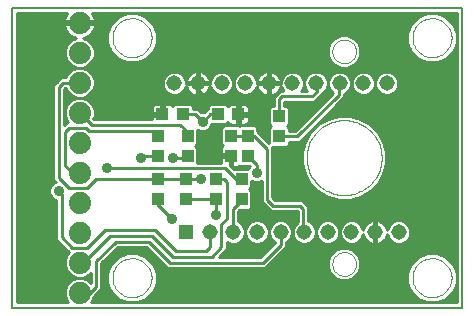
<source format=gtl>
G75*
G70*
%OFA0B0*%
%FSLAX24Y24*%
%IPPOS*%
%LPD*%
%AMOC8*
5,1,8,0,0,1.08239X$1,22.5*
%
%ADD10C,0.0050*%
%ADD11R,0.0394X0.0433*%
%ADD12R,0.0433X0.0394*%
%ADD13C,0.0515*%
%ADD14R,0.0515X0.0515*%
%ADD15C,0.0000*%
%ADD16C,0.0740*%
%ADD17C,0.0100*%
%ADD18C,0.0360*%
D10*
X000150Y000225D02*
X015150Y000225D01*
X015150Y010225D01*
X000150Y010225D01*
X000150Y000225D01*
D11*
X005000Y003840D03*
X005950Y003840D03*
X005950Y004510D03*
X005000Y004510D03*
X005000Y005290D03*
X005000Y005960D03*
X006000Y005960D03*
X006000Y005290D03*
X006950Y004510D03*
X007800Y004510D03*
X007800Y003840D03*
X006950Y003840D03*
X007450Y005290D03*
X008000Y005290D03*
X009050Y005940D03*
X008000Y005960D03*
X007450Y005960D03*
X009050Y006610D03*
D12*
X007685Y006675D03*
X007015Y006675D03*
X005835Y006675D03*
X005165Y006675D03*
D13*
X005557Y007705D03*
X006344Y007705D03*
X007132Y007705D03*
X007919Y007705D03*
X008707Y007705D03*
X009494Y007705D03*
X010281Y007705D03*
X011069Y007705D03*
X011856Y007705D03*
X012644Y007705D03*
X013037Y002745D03*
X012250Y002745D03*
X011463Y002745D03*
X010675Y002745D03*
X009888Y002745D03*
X009100Y002745D03*
X008313Y002745D03*
X007526Y002745D03*
X006738Y002745D03*
D14*
X005951Y002745D03*
D15*
X003500Y001225D02*
X003502Y001275D01*
X003508Y001325D01*
X003518Y001375D01*
X003531Y001423D01*
X003548Y001471D01*
X003569Y001517D01*
X003593Y001561D01*
X003621Y001603D01*
X003652Y001643D01*
X003686Y001680D01*
X003723Y001715D01*
X003762Y001746D01*
X003803Y001775D01*
X003847Y001800D01*
X003893Y001822D01*
X003940Y001840D01*
X003988Y001854D01*
X004037Y001865D01*
X004087Y001872D01*
X004137Y001875D01*
X004188Y001874D01*
X004238Y001869D01*
X004288Y001860D01*
X004336Y001848D01*
X004384Y001831D01*
X004430Y001811D01*
X004475Y001788D01*
X004518Y001761D01*
X004558Y001731D01*
X004596Y001698D01*
X004631Y001662D01*
X004664Y001623D01*
X004693Y001582D01*
X004719Y001539D01*
X004742Y001494D01*
X004761Y001447D01*
X004776Y001399D01*
X004788Y001350D01*
X004796Y001300D01*
X004800Y001250D01*
X004800Y001200D01*
X004796Y001150D01*
X004788Y001100D01*
X004776Y001051D01*
X004761Y001003D01*
X004742Y000956D01*
X004719Y000911D01*
X004693Y000868D01*
X004664Y000827D01*
X004631Y000788D01*
X004596Y000752D01*
X004558Y000719D01*
X004518Y000689D01*
X004475Y000662D01*
X004430Y000639D01*
X004384Y000619D01*
X004336Y000602D01*
X004288Y000590D01*
X004238Y000581D01*
X004188Y000576D01*
X004137Y000575D01*
X004087Y000578D01*
X004037Y000585D01*
X003988Y000596D01*
X003940Y000610D01*
X003893Y000628D01*
X003847Y000650D01*
X003803Y000675D01*
X003762Y000704D01*
X003723Y000735D01*
X003686Y000770D01*
X003652Y000807D01*
X003621Y000847D01*
X003593Y000889D01*
X003569Y000933D01*
X003548Y000979D01*
X003531Y001027D01*
X003518Y001075D01*
X003508Y001125D01*
X003502Y001175D01*
X003500Y001225D01*
X010825Y001682D02*
X010827Y001721D01*
X010833Y001760D01*
X010843Y001798D01*
X010856Y001835D01*
X010873Y001870D01*
X010893Y001904D01*
X010917Y001935D01*
X010944Y001964D01*
X010973Y001990D01*
X011005Y002013D01*
X011039Y002033D01*
X011075Y002049D01*
X011112Y002061D01*
X011151Y002070D01*
X011190Y002075D01*
X011229Y002076D01*
X011268Y002073D01*
X011307Y002066D01*
X011344Y002055D01*
X011381Y002041D01*
X011416Y002023D01*
X011449Y002002D01*
X011480Y001977D01*
X011508Y001950D01*
X011533Y001920D01*
X011555Y001887D01*
X011574Y001853D01*
X011589Y001817D01*
X011601Y001779D01*
X011609Y001741D01*
X011613Y001702D01*
X011613Y001662D01*
X011609Y001623D01*
X011601Y001585D01*
X011589Y001547D01*
X011574Y001511D01*
X011555Y001477D01*
X011533Y001444D01*
X011508Y001414D01*
X011480Y001387D01*
X011449Y001362D01*
X011416Y001341D01*
X011381Y001323D01*
X011344Y001309D01*
X011307Y001298D01*
X011268Y001291D01*
X011229Y001288D01*
X011190Y001289D01*
X011151Y001294D01*
X011112Y001303D01*
X011075Y001315D01*
X011039Y001331D01*
X011005Y001351D01*
X010973Y001374D01*
X010944Y001400D01*
X010917Y001429D01*
X010893Y001460D01*
X010873Y001494D01*
X010856Y001529D01*
X010843Y001566D01*
X010833Y001604D01*
X010827Y001643D01*
X010825Y001682D01*
X013500Y001225D02*
X013502Y001275D01*
X013508Y001325D01*
X013518Y001375D01*
X013531Y001423D01*
X013548Y001471D01*
X013569Y001517D01*
X013593Y001561D01*
X013621Y001603D01*
X013652Y001643D01*
X013686Y001680D01*
X013723Y001715D01*
X013762Y001746D01*
X013803Y001775D01*
X013847Y001800D01*
X013893Y001822D01*
X013940Y001840D01*
X013988Y001854D01*
X014037Y001865D01*
X014087Y001872D01*
X014137Y001875D01*
X014188Y001874D01*
X014238Y001869D01*
X014288Y001860D01*
X014336Y001848D01*
X014384Y001831D01*
X014430Y001811D01*
X014475Y001788D01*
X014518Y001761D01*
X014558Y001731D01*
X014596Y001698D01*
X014631Y001662D01*
X014664Y001623D01*
X014693Y001582D01*
X014719Y001539D01*
X014742Y001494D01*
X014761Y001447D01*
X014776Y001399D01*
X014788Y001350D01*
X014796Y001300D01*
X014800Y001250D01*
X014800Y001200D01*
X014796Y001150D01*
X014788Y001100D01*
X014776Y001051D01*
X014761Y001003D01*
X014742Y000956D01*
X014719Y000911D01*
X014693Y000868D01*
X014664Y000827D01*
X014631Y000788D01*
X014596Y000752D01*
X014558Y000719D01*
X014518Y000689D01*
X014475Y000662D01*
X014430Y000639D01*
X014384Y000619D01*
X014336Y000602D01*
X014288Y000590D01*
X014238Y000581D01*
X014188Y000576D01*
X014137Y000575D01*
X014087Y000578D01*
X014037Y000585D01*
X013988Y000596D01*
X013940Y000610D01*
X013893Y000628D01*
X013847Y000650D01*
X013803Y000675D01*
X013762Y000704D01*
X013723Y000735D01*
X013686Y000770D01*
X013652Y000807D01*
X013621Y000847D01*
X013593Y000889D01*
X013569Y000933D01*
X013548Y000979D01*
X013531Y001027D01*
X013518Y001075D01*
X013508Y001125D01*
X013502Y001175D01*
X013500Y001225D01*
X009969Y005225D02*
X009971Y005295D01*
X009977Y005365D01*
X009987Y005434D01*
X010000Y005503D01*
X010018Y005571D01*
X010039Y005638D01*
X010064Y005703D01*
X010093Y005767D01*
X010125Y005830D01*
X010161Y005890D01*
X010200Y005948D01*
X010242Y006004D01*
X010287Y006058D01*
X010335Y006109D01*
X010386Y006157D01*
X010440Y006202D01*
X010496Y006244D01*
X010554Y006283D01*
X010614Y006319D01*
X010677Y006351D01*
X010741Y006380D01*
X010806Y006405D01*
X010873Y006426D01*
X010941Y006444D01*
X011010Y006457D01*
X011079Y006467D01*
X011149Y006473D01*
X011219Y006475D01*
X011289Y006473D01*
X011359Y006467D01*
X011428Y006457D01*
X011497Y006444D01*
X011565Y006426D01*
X011632Y006405D01*
X011697Y006380D01*
X011761Y006351D01*
X011824Y006319D01*
X011884Y006283D01*
X011942Y006244D01*
X011998Y006202D01*
X012052Y006157D01*
X012103Y006109D01*
X012151Y006058D01*
X012196Y006004D01*
X012238Y005948D01*
X012277Y005890D01*
X012313Y005830D01*
X012345Y005767D01*
X012374Y005703D01*
X012399Y005638D01*
X012420Y005571D01*
X012438Y005503D01*
X012451Y005434D01*
X012461Y005365D01*
X012467Y005295D01*
X012469Y005225D01*
X012467Y005155D01*
X012461Y005085D01*
X012451Y005016D01*
X012438Y004947D01*
X012420Y004879D01*
X012399Y004812D01*
X012374Y004747D01*
X012345Y004683D01*
X012313Y004620D01*
X012277Y004560D01*
X012238Y004502D01*
X012196Y004446D01*
X012151Y004392D01*
X012103Y004341D01*
X012052Y004293D01*
X011998Y004248D01*
X011942Y004206D01*
X011884Y004167D01*
X011824Y004131D01*
X011761Y004099D01*
X011697Y004070D01*
X011632Y004045D01*
X011565Y004024D01*
X011497Y004006D01*
X011428Y003993D01*
X011359Y003983D01*
X011289Y003977D01*
X011219Y003975D01*
X011149Y003977D01*
X011079Y003983D01*
X011010Y003993D01*
X010941Y004006D01*
X010873Y004024D01*
X010806Y004045D01*
X010741Y004070D01*
X010677Y004099D01*
X010614Y004131D01*
X010554Y004167D01*
X010496Y004206D01*
X010440Y004248D01*
X010386Y004293D01*
X010335Y004341D01*
X010287Y004392D01*
X010242Y004446D01*
X010200Y004502D01*
X010161Y004560D01*
X010125Y004620D01*
X010093Y004683D01*
X010064Y004747D01*
X010039Y004812D01*
X010018Y004879D01*
X010000Y004947D01*
X009987Y005016D01*
X009977Y005085D01*
X009971Y005155D01*
X009969Y005225D01*
X010825Y008768D02*
X010827Y008807D01*
X010833Y008846D01*
X010843Y008884D01*
X010856Y008921D01*
X010873Y008956D01*
X010893Y008990D01*
X010917Y009021D01*
X010944Y009050D01*
X010973Y009076D01*
X011005Y009099D01*
X011039Y009119D01*
X011075Y009135D01*
X011112Y009147D01*
X011151Y009156D01*
X011190Y009161D01*
X011229Y009162D01*
X011268Y009159D01*
X011307Y009152D01*
X011344Y009141D01*
X011381Y009127D01*
X011416Y009109D01*
X011449Y009088D01*
X011480Y009063D01*
X011508Y009036D01*
X011533Y009006D01*
X011555Y008973D01*
X011574Y008939D01*
X011589Y008903D01*
X011601Y008865D01*
X011609Y008827D01*
X011613Y008788D01*
X011613Y008748D01*
X011609Y008709D01*
X011601Y008671D01*
X011589Y008633D01*
X011574Y008597D01*
X011555Y008563D01*
X011533Y008530D01*
X011508Y008500D01*
X011480Y008473D01*
X011449Y008448D01*
X011416Y008427D01*
X011381Y008409D01*
X011344Y008395D01*
X011307Y008384D01*
X011268Y008377D01*
X011229Y008374D01*
X011190Y008375D01*
X011151Y008380D01*
X011112Y008389D01*
X011075Y008401D01*
X011039Y008417D01*
X011005Y008437D01*
X010973Y008460D01*
X010944Y008486D01*
X010917Y008515D01*
X010893Y008546D01*
X010873Y008580D01*
X010856Y008615D01*
X010843Y008652D01*
X010833Y008690D01*
X010827Y008729D01*
X010825Y008768D01*
X013500Y009225D02*
X013502Y009275D01*
X013508Y009325D01*
X013518Y009375D01*
X013531Y009423D01*
X013548Y009471D01*
X013569Y009517D01*
X013593Y009561D01*
X013621Y009603D01*
X013652Y009643D01*
X013686Y009680D01*
X013723Y009715D01*
X013762Y009746D01*
X013803Y009775D01*
X013847Y009800D01*
X013893Y009822D01*
X013940Y009840D01*
X013988Y009854D01*
X014037Y009865D01*
X014087Y009872D01*
X014137Y009875D01*
X014188Y009874D01*
X014238Y009869D01*
X014288Y009860D01*
X014336Y009848D01*
X014384Y009831D01*
X014430Y009811D01*
X014475Y009788D01*
X014518Y009761D01*
X014558Y009731D01*
X014596Y009698D01*
X014631Y009662D01*
X014664Y009623D01*
X014693Y009582D01*
X014719Y009539D01*
X014742Y009494D01*
X014761Y009447D01*
X014776Y009399D01*
X014788Y009350D01*
X014796Y009300D01*
X014800Y009250D01*
X014800Y009200D01*
X014796Y009150D01*
X014788Y009100D01*
X014776Y009051D01*
X014761Y009003D01*
X014742Y008956D01*
X014719Y008911D01*
X014693Y008868D01*
X014664Y008827D01*
X014631Y008788D01*
X014596Y008752D01*
X014558Y008719D01*
X014518Y008689D01*
X014475Y008662D01*
X014430Y008639D01*
X014384Y008619D01*
X014336Y008602D01*
X014288Y008590D01*
X014238Y008581D01*
X014188Y008576D01*
X014137Y008575D01*
X014087Y008578D01*
X014037Y008585D01*
X013988Y008596D01*
X013940Y008610D01*
X013893Y008628D01*
X013847Y008650D01*
X013803Y008675D01*
X013762Y008704D01*
X013723Y008735D01*
X013686Y008770D01*
X013652Y008807D01*
X013621Y008847D01*
X013593Y008889D01*
X013569Y008933D01*
X013548Y008979D01*
X013531Y009027D01*
X013518Y009075D01*
X013508Y009125D01*
X013502Y009175D01*
X013500Y009225D01*
X003500Y009225D02*
X003502Y009275D01*
X003508Y009325D01*
X003518Y009375D01*
X003531Y009423D01*
X003548Y009471D01*
X003569Y009517D01*
X003593Y009561D01*
X003621Y009603D01*
X003652Y009643D01*
X003686Y009680D01*
X003723Y009715D01*
X003762Y009746D01*
X003803Y009775D01*
X003847Y009800D01*
X003893Y009822D01*
X003940Y009840D01*
X003988Y009854D01*
X004037Y009865D01*
X004087Y009872D01*
X004137Y009875D01*
X004188Y009874D01*
X004238Y009869D01*
X004288Y009860D01*
X004336Y009848D01*
X004384Y009831D01*
X004430Y009811D01*
X004475Y009788D01*
X004518Y009761D01*
X004558Y009731D01*
X004596Y009698D01*
X004631Y009662D01*
X004664Y009623D01*
X004693Y009582D01*
X004719Y009539D01*
X004742Y009494D01*
X004761Y009447D01*
X004776Y009399D01*
X004788Y009350D01*
X004796Y009300D01*
X004800Y009250D01*
X004800Y009200D01*
X004796Y009150D01*
X004788Y009100D01*
X004776Y009051D01*
X004761Y009003D01*
X004742Y008956D01*
X004719Y008911D01*
X004693Y008868D01*
X004664Y008827D01*
X004631Y008788D01*
X004596Y008752D01*
X004558Y008719D01*
X004518Y008689D01*
X004475Y008662D01*
X004430Y008639D01*
X004384Y008619D01*
X004336Y008602D01*
X004288Y008590D01*
X004238Y008581D01*
X004188Y008576D01*
X004137Y008575D01*
X004087Y008578D01*
X004037Y008585D01*
X003988Y008596D01*
X003940Y008610D01*
X003893Y008628D01*
X003847Y008650D01*
X003803Y008675D01*
X003762Y008704D01*
X003723Y008735D01*
X003686Y008770D01*
X003652Y008807D01*
X003621Y008847D01*
X003593Y008889D01*
X003569Y008933D01*
X003548Y008979D01*
X003531Y009027D01*
X003518Y009075D01*
X003508Y009125D01*
X003502Y009175D01*
X003500Y009225D01*
D16*
X002400Y008725D03*
X002400Y007725D03*
X002400Y006725D03*
X002400Y005725D03*
X002400Y004725D03*
X002400Y003725D03*
X002400Y002725D03*
X002400Y001725D03*
X002400Y000725D03*
X002400Y009725D03*
D17*
X002450Y009681D02*
X003451Y009681D01*
X003455Y009689D02*
X003330Y009388D01*
X003330Y009062D01*
X003455Y008761D01*
X003455Y008761D01*
X003686Y008530D01*
X003987Y008405D01*
X004187Y008405D01*
X004313Y008405D01*
X004614Y008530D01*
X004614Y008530D01*
X004845Y008761D01*
X004970Y009062D01*
X004970Y009388D01*
X004845Y009689D01*
X004845Y009689D01*
X004614Y009920D01*
X004313Y010045D01*
X003987Y010045D01*
X003686Y009920D01*
X003686Y009920D01*
X003455Y009689D01*
X003455Y009689D01*
X003411Y009583D02*
X002900Y009583D01*
X002907Y009603D02*
X002919Y009675D01*
X002450Y009675D01*
X002450Y009775D01*
X002919Y009775D01*
X002907Y009847D01*
X002882Y009925D01*
X002845Y009998D01*
X002807Y010050D01*
X014975Y010050D01*
X014975Y000400D01*
X002782Y000400D01*
X002824Y000442D01*
X002896Y000617D01*
X003025Y000745D01*
X003130Y000850D01*
X003130Y001700D01*
X003675Y002245D01*
X004625Y002245D01*
X005220Y001650D01*
X005325Y001545D01*
X008575Y001545D01*
X009175Y002145D01*
X009280Y002250D01*
X009280Y002400D01*
X009320Y002416D01*
X009429Y002525D01*
X009488Y002668D01*
X009488Y002822D01*
X009429Y002964D01*
X009320Y003073D01*
X009177Y003132D01*
X009023Y003132D01*
X008881Y003073D01*
X008772Y002964D01*
X008713Y002822D01*
X008713Y002668D01*
X008772Y002525D01*
X008881Y002416D01*
X008920Y002400D01*
X008920Y002400D01*
X008425Y001905D01*
X007035Y001905D01*
X007205Y002075D01*
X007310Y002180D01*
X007310Y002415D01*
X007449Y002357D01*
X007603Y002357D01*
X007745Y002416D01*
X007854Y002525D01*
X007913Y002668D01*
X007913Y002822D01*
X007854Y002964D01*
X007745Y003073D01*
X007680Y003100D01*
X007680Y003450D01*
X007723Y003494D01*
X008051Y003494D01*
X008127Y003570D01*
X008127Y004111D01*
X008063Y004175D01*
X008127Y004239D01*
X008127Y004461D01*
X008238Y004415D01*
X008362Y004415D01*
X008470Y004460D01*
X008470Y003750D01*
X008670Y003550D01*
X008775Y003445D01*
X009670Y003445D01*
X009670Y003074D01*
X009668Y003073D01*
X009559Y002964D01*
X009500Y002822D01*
X009500Y002668D01*
X009559Y002525D01*
X009668Y002416D01*
X009811Y002357D01*
X009965Y002357D01*
X010107Y002416D01*
X010216Y002525D01*
X010275Y002668D01*
X010275Y002822D01*
X010216Y002964D01*
X010107Y003073D01*
X010030Y003105D01*
X010030Y003600D01*
X009925Y003705D01*
X009825Y003805D01*
X008925Y003805D01*
X008830Y003900D01*
X008830Y005594D01*
X009301Y005594D01*
X009377Y005670D01*
X009377Y005760D01*
X009740Y005760D01*
X011125Y007145D01*
X011230Y007250D01*
X011230Y007353D01*
X011288Y007377D01*
X011397Y007486D01*
X011456Y007628D01*
X011456Y007782D01*
X011397Y007925D01*
X011288Y008034D01*
X011146Y008093D01*
X010992Y008093D01*
X010849Y008034D01*
X010740Y007925D01*
X010681Y007782D01*
X010681Y007628D01*
X010740Y007486D01*
X010848Y007378D01*
X009591Y006120D01*
X009377Y006120D01*
X009377Y006211D01*
X009313Y006275D01*
X009377Y006339D01*
X009377Y006880D01*
X009301Y006956D01*
X009230Y006956D01*
X009230Y007095D01*
X010225Y007095D01*
X010375Y007245D01*
X010480Y007350D01*
X010480Y007368D01*
X010501Y007377D01*
X010610Y007486D01*
X010669Y007628D01*
X010669Y007782D01*
X010610Y007925D01*
X010501Y008034D01*
X010359Y008093D01*
X010204Y008093D01*
X010062Y008034D01*
X009953Y007925D01*
X009894Y007782D01*
X009894Y007628D01*
X009953Y007486D01*
X009984Y007455D01*
X009792Y007455D01*
X009823Y007486D01*
X009882Y007628D01*
X009882Y007782D01*
X009823Y007925D01*
X009714Y008034D01*
X009571Y008093D01*
X009417Y008093D01*
X009275Y008034D01*
X009166Y007925D01*
X009107Y007783D01*
X009104Y007801D01*
X009084Y007862D01*
X009055Y007919D01*
X009018Y007971D01*
X008972Y008016D01*
X008920Y008054D01*
X008863Y008083D01*
X008802Y008103D01*
X008739Y008113D01*
X008735Y008113D01*
X008735Y007734D01*
X008678Y007734D01*
X008307Y007734D01*
X008307Y007677D01*
X008678Y007677D01*
X008678Y007734D01*
X008678Y008113D01*
X008675Y008113D01*
X008611Y008103D01*
X008550Y008083D01*
X008493Y008054D01*
X008441Y008016D01*
X008396Y007971D01*
X008358Y007919D01*
X008329Y007862D01*
X008309Y007801D01*
X008306Y007783D01*
X008248Y007925D01*
X008139Y008034D01*
X007996Y008093D01*
X007842Y008093D01*
X007700Y008034D01*
X007591Y007925D01*
X007532Y007782D01*
X007532Y007628D01*
X007591Y007486D01*
X007700Y007377D01*
X007842Y007318D01*
X007996Y007318D01*
X008139Y007377D01*
X008248Y007486D01*
X008306Y007627D01*
X008309Y007610D01*
X008329Y007549D01*
X008358Y007492D01*
X008396Y007440D01*
X008441Y007395D01*
X008493Y007357D01*
X008550Y007328D01*
X008611Y007308D01*
X008675Y007298D01*
X008678Y007298D01*
X008678Y007677D01*
X008735Y007677D01*
X008735Y007298D01*
X008739Y007298D01*
X008802Y007308D01*
X008863Y007328D01*
X008920Y007357D01*
X008972Y007395D01*
X009018Y007440D01*
X009055Y007492D01*
X009084Y007549D01*
X009104Y007610D01*
X009107Y007627D01*
X009166Y007486D01*
X009196Y007455D01*
X009075Y007455D01*
X008970Y007350D01*
X008870Y007250D01*
X008870Y006956D01*
X008799Y006956D01*
X008723Y006880D01*
X008723Y006339D01*
X008787Y006275D01*
X008723Y006211D01*
X008723Y005706D01*
X008327Y006103D01*
X008327Y006230D01*
X008251Y006306D01*
X007749Y006306D01*
X007725Y006282D01*
X007701Y006306D01*
X007199Y006306D01*
X007123Y006230D01*
X007123Y005689D01*
X007177Y005636D01*
X007161Y005627D01*
X007133Y005599D01*
X007113Y005565D01*
X007103Y005527D01*
X007103Y005339D01*
X007402Y005339D01*
X007402Y005242D01*
X007498Y005242D01*
X007498Y004924D01*
X007667Y004924D01*
X007705Y004934D01*
X007739Y004954D01*
X007749Y004944D01*
X008080Y004944D01*
X008037Y004901D01*
X008019Y004856D01*
X007549Y004856D01*
X007536Y004843D01*
X007402Y004978D01*
X007402Y005242D01*
X007103Y005242D01*
X007103Y005055D01*
X006327Y005055D01*
X006327Y005561D01*
X006263Y005625D01*
X006327Y005689D01*
X006327Y006161D01*
X006438Y006115D01*
X006562Y006115D01*
X006676Y006162D01*
X006763Y006249D01*
X006804Y006348D01*
X007286Y006348D01*
X007339Y006402D01*
X007348Y006386D01*
X007376Y006358D01*
X007410Y006338D01*
X007448Y006328D01*
X007636Y006328D01*
X007636Y006627D01*
X007733Y006627D01*
X007733Y006723D01*
X008051Y006723D01*
X008051Y006892D01*
X008041Y006930D01*
X008021Y006964D01*
X007993Y006992D01*
X007959Y007012D01*
X007921Y007022D01*
X007733Y007022D01*
X007733Y006723D01*
X007636Y006723D01*
X007636Y007022D01*
X007448Y007022D01*
X007410Y007012D01*
X007376Y006992D01*
X007348Y006964D01*
X007339Y006948D01*
X007286Y007002D01*
X006745Y007002D01*
X006669Y006926D01*
X006669Y006848D01*
X006555Y006735D01*
X006445Y006735D01*
X006325Y006855D01*
X006181Y006855D01*
X006181Y006926D01*
X006105Y007002D01*
X005564Y007002D01*
X005511Y006948D01*
X005502Y006964D01*
X005474Y006992D01*
X005440Y007012D01*
X005402Y007022D01*
X005214Y007022D01*
X005214Y006723D01*
X005117Y006723D01*
X005117Y006627D01*
X004799Y006627D01*
X004799Y006505D01*
X002875Y006505D01*
X002857Y006522D01*
X002900Y006626D01*
X002900Y006824D01*
X002824Y007008D01*
X002683Y007149D01*
X002499Y007225D01*
X002683Y007301D01*
X002824Y007442D01*
X002900Y007626D01*
X002900Y007824D01*
X002824Y008008D01*
X002683Y008149D01*
X002499Y008225D01*
X002683Y008301D01*
X002824Y008442D01*
X002900Y008626D01*
X002900Y008824D01*
X002824Y009008D01*
X002683Y009149D01*
X002518Y009217D01*
X002522Y009218D01*
X002600Y009243D01*
X002673Y009280D01*
X002739Y009328D01*
X002797Y009386D01*
X002845Y009452D01*
X002882Y009525D01*
X002907Y009603D01*
X002861Y009484D02*
X003370Y009484D01*
X003330Y009386D02*
X002796Y009386D01*
X002682Y009287D02*
X003330Y009287D01*
X003330Y009189D02*
X002588Y009189D01*
X002742Y009090D02*
X003330Y009090D01*
X003359Y008992D02*
X002831Y008992D01*
X002872Y008893D02*
X003400Y008893D01*
X003441Y008795D02*
X002900Y008795D01*
X002900Y008696D02*
X003519Y008696D01*
X003618Y008598D02*
X002888Y008598D01*
X002848Y008499D02*
X003760Y008499D01*
X003686Y008530D02*
X003686Y008530D01*
X002783Y008401D02*
X010817Y008401D01*
X010758Y008460D02*
X010911Y008307D01*
X011110Y008225D01*
X011327Y008225D01*
X011526Y008307D01*
X011679Y008460D01*
X011762Y008660D01*
X011762Y008876D01*
X011679Y009076D01*
X011526Y009229D01*
X011327Y009312D01*
X011110Y009312D01*
X010911Y009229D01*
X010758Y009076D01*
X010675Y008876D01*
X010675Y008660D01*
X010758Y008460D01*
X010742Y008499D02*
X004540Y008499D01*
X004682Y008598D02*
X010701Y008598D01*
X010675Y008696D02*
X004781Y008696D01*
X004845Y008761D02*
X004845Y008761D01*
X004845Y008761D01*
X004859Y008795D02*
X010675Y008795D01*
X010682Y008893D02*
X004900Y008893D01*
X004941Y008992D02*
X010722Y008992D01*
X010771Y009090D02*
X004970Y009090D01*
X004970Y009189D02*
X010870Y009189D01*
X011050Y009287D02*
X004970Y009287D01*
X004970Y009386D02*
X013330Y009386D01*
X013330Y009388D02*
X013330Y009062D01*
X013455Y008761D01*
X013455Y008761D01*
X013686Y008530D01*
X013987Y008405D01*
X014187Y008405D01*
X014313Y008405D01*
X014313Y008405D01*
X014614Y008530D01*
X014614Y008530D01*
X014845Y008761D01*
X014970Y009062D01*
X014970Y009388D01*
X014845Y009689D01*
X014845Y009689D01*
X014614Y009920D01*
X014313Y010045D01*
X013987Y010045D01*
X013686Y009920D01*
X013686Y009920D01*
X013455Y009689D01*
X013330Y009388D01*
X013330Y009287D02*
X011387Y009287D01*
X011567Y009189D02*
X013330Y009189D01*
X013330Y009090D02*
X011666Y009090D01*
X011715Y008992D02*
X013359Y008992D01*
X013400Y008893D02*
X011755Y008893D01*
X011762Y008795D02*
X013441Y008795D01*
X013519Y008696D02*
X011762Y008696D01*
X011736Y008598D02*
X013618Y008598D01*
X013686Y008530D02*
X013686Y008530D01*
X013760Y008499D02*
X011695Y008499D01*
X011620Y008401D02*
X014975Y008401D01*
X014975Y008499D02*
X014540Y008499D01*
X014682Y008598D02*
X014975Y008598D01*
X014975Y008696D02*
X014781Y008696D01*
X014845Y008761D02*
X014845Y008761D01*
X014859Y008795D02*
X014975Y008795D01*
X014975Y008893D02*
X014900Y008893D01*
X014941Y008992D02*
X014975Y008992D01*
X014970Y009090D02*
X014975Y009090D01*
X014970Y009189D02*
X014975Y009189D01*
X014970Y009287D02*
X014975Y009287D01*
X014970Y009386D02*
X014975Y009386D01*
X014975Y009484D02*
X014930Y009484D01*
X014889Y009583D02*
X014975Y009583D01*
X014975Y009681D02*
X014849Y009681D01*
X014755Y009780D02*
X014975Y009780D01*
X014975Y009878D02*
X014657Y009878D01*
X014614Y009920D02*
X014614Y009920D01*
X014478Y009977D02*
X014975Y009977D01*
X013822Y009977D02*
X004478Y009977D01*
X004614Y009920D02*
X004614Y009920D01*
X004657Y009878D02*
X013643Y009878D01*
X013545Y009780D02*
X004755Y009780D01*
X004849Y009681D02*
X013451Y009681D01*
X013455Y009689D02*
X013455Y009689D01*
X013411Y009583D02*
X004889Y009583D01*
X004930Y009484D02*
X013370Y009484D01*
X014975Y008302D02*
X011514Y008302D01*
X011637Y008034D02*
X011779Y008093D01*
X011933Y008093D01*
X012076Y008034D01*
X012185Y007925D01*
X012244Y007782D01*
X012244Y007628D01*
X012185Y007486D01*
X012076Y007377D01*
X011933Y007318D01*
X011779Y007318D01*
X011637Y007377D01*
X011528Y007486D01*
X011469Y007628D01*
X011469Y007782D01*
X011528Y007925D01*
X011637Y008034D01*
X011610Y008007D02*
X011316Y008007D01*
X011404Y007908D02*
X011521Y007908D01*
X011480Y007810D02*
X011445Y007810D01*
X011456Y007711D02*
X011469Y007711D01*
X011475Y007613D02*
X011450Y007613D01*
X011409Y007514D02*
X011516Y007514D01*
X011598Y007416D02*
X011327Y007416D01*
X011230Y007317D02*
X014975Y007317D01*
X014975Y007219D02*
X011198Y007219D01*
X011100Y007120D02*
X014975Y007120D01*
X014975Y007022D02*
X011001Y007022D01*
X010903Y006923D02*
X014975Y006923D01*
X014975Y006825D02*
X010804Y006825D01*
X010706Y006726D02*
X014975Y006726D01*
X014975Y006628D02*
X010607Y006628D01*
X010677Y006529D02*
X010509Y006529D01*
X010507Y006431D02*
X010410Y006431D01*
X010359Y006345D02*
X010098Y006085D01*
X009914Y005765D01*
X009819Y005409D01*
X009819Y005041D01*
X009914Y004685D01*
X010098Y004365D01*
X010359Y004105D01*
X010678Y003920D01*
X011034Y003825D01*
X011403Y003825D01*
X011759Y003920D01*
X012078Y004105D01*
X012339Y004365D01*
X012523Y004685D01*
X012619Y005041D01*
X012619Y005409D01*
X012523Y005765D01*
X012339Y006085D01*
X012078Y006345D01*
X011759Y006530D01*
X011403Y006625D01*
X011034Y006625D01*
X010678Y006530D01*
X010359Y006345D01*
X010346Y006332D02*
X010312Y006332D01*
X010247Y006234D02*
X010213Y006234D01*
X010149Y006135D02*
X010115Y006135D01*
X010070Y006037D02*
X010016Y006037D01*
X010014Y005938D02*
X009918Y005938D01*
X009957Y005840D02*
X009819Y005840D01*
X009907Y005741D02*
X009377Y005741D01*
X009349Y005643D02*
X009881Y005643D01*
X009855Y005544D02*
X008830Y005544D01*
X008830Y005446D02*
X009828Y005446D01*
X009819Y005347D02*
X008830Y005347D01*
X008830Y005249D02*
X009819Y005249D01*
X009819Y005150D02*
X008830Y005150D01*
X008830Y005052D02*
X009819Y005052D01*
X009842Y004953D02*
X008830Y004953D01*
X008830Y004855D02*
X009868Y004855D01*
X009895Y004756D02*
X008830Y004756D01*
X008830Y004658D02*
X009930Y004658D01*
X009986Y004559D02*
X008830Y004559D01*
X008830Y004461D02*
X010043Y004461D01*
X010102Y004362D02*
X008830Y004362D01*
X008830Y004264D02*
X010200Y004264D01*
X010299Y004165D02*
X008830Y004165D01*
X008830Y004067D02*
X010425Y004067D01*
X010596Y003968D02*
X008830Y003968D01*
X008860Y003870D02*
X010868Y003870D01*
X011569Y003870D02*
X014975Y003870D01*
X014975Y003968D02*
X011841Y003968D01*
X012012Y004067D02*
X014975Y004067D01*
X014975Y004165D02*
X012138Y004165D01*
X012237Y004264D02*
X014975Y004264D01*
X014975Y004362D02*
X012335Y004362D01*
X012394Y004461D02*
X014975Y004461D01*
X014975Y004559D02*
X012451Y004559D01*
X012507Y004658D02*
X014975Y004658D01*
X014975Y004756D02*
X012542Y004756D01*
X012569Y004855D02*
X014975Y004855D01*
X014975Y004953D02*
X012595Y004953D01*
X012619Y005052D02*
X014975Y005052D01*
X014975Y005150D02*
X012619Y005150D01*
X012619Y005249D02*
X014975Y005249D01*
X014975Y005347D02*
X012619Y005347D01*
X012609Y005446D02*
X014975Y005446D01*
X014975Y005544D02*
X012582Y005544D01*
X012556Y005643D02*
X014975Y005643D01*
X014975Y005741D02*
X012530Y005741D01*
X012480Y005840D02*
X014975Y005840D01*
X014975Y005938D02*
X012423Y005938D01*
X012367Y006037D02*
X014975Y006037D01*
X014975Y006135D02*
X012288Y006135D01*
X012190Y006234D02*
X014975Y006234D01*
X014975Y006332D02*
X012091Y006332D01*
X011930Y006431D02*
X014975Y006431D01*
X014975Y006529D02*
X011760Y006529D01*
X010689Y007219D02*
X010348Y007219D01*
X010447Y007317D02*
X010787Y007317D01*
X010811Y007416D02*
X010540Y007416D01*
X010622Y007514D02*
X010729Y007514D01*
X010688Y007613D02*
X010662Y007613D01*
X010669Y007711D02*
X010681Y007711D01*
X010693Y007810D02*
X010658Y007810D01*
X010617Y007908D02*
X010733Y007908D01*
X010822Y008007D02*
X010528Y008007D01*
X010281Y007705D02*
X010300Y007687D01*
X010300Y007425D01*
X010150Y007275D01*
X009150Y007275D01*
X009050Y007175D01*
X009050Y006610D01*
X009377Y006628D02*
X010098Y006628D01*
X010196Y006726D02*
X009377Y006726D01*
X009377Y006825D02*
X010295Y006825D01*
X010393Y006923D02*
X009334Y006923D01*
X009230Y007022D02*
X010492Y007022D01*
X010590Y007120D02*
X010250Y007120D01*
X009941Y007514D02*
X009834Y007514D01*
X009875Y007613D02*
X009901Y007613D01*
X009894Y007711D02*
X009882Y007711D01*
X009870Y007810D02*
X009905Y007810D01*
X009946Y007908D02*
X009830Y007908D01*
X009741Y008007D02*
X010035Y008007D01*
X009247Y008007D02*
X008982Y008007D01*
X009061Y007908D02*
X009159Y007908D01*
X009118Y007810D02*
X009101Y007810D01*
X009107Y007734D02*
X009107Y007677D01*
X008735Y007677D01*
X008735Y007734D01*
X009107Y007734D01*
X009107Y007711D02*
X008735Y007711D01*
X008678Y007711D02*
X008307Y007711D01*
X008300Y007613D02*
X008309Y007613D01*
X008347Y007514D02*
X008259Y007514D01*
X008177Y007416D02*
X008420Y007416D01*
X008583Y007317D02*
X006468Y007317D01*
X006440Y007308D02*
X006501Y007328D01*
X006558Y007357D01*
X006610Y007395D01*
X006655Y007440D01*
X006693Y007492D01*
X006722Y007549D01*
X006742Y007610D01*
X006745Y007627D01*
X006803Y007486D01*
X006912Y007377D01*
X007055Y007318D01*
X007209Y007318D01*
X007351Y007377D01*
X007460Y007486D01*
X007519Y007628D01*
X007519Y007782D01*
X007460Y007925D01*
X007351Y008034D01*
X007209Y008093D01*
X007055Y008093D01*
X006912Y008034D01*
X006803Y007925D01*
X006745Y007783D01*
X006742Y007801D01*
X006722Y007862D01*
X006693Y007919D01*
X006655Y007971D01*
X006610Y008016D01*
X006558Y008054D01*
X006501Y008083D01*
X006440Y008103D01*
X006377Y008113D01*
X006373Y008113D01*
X006373Y007734D01*
X006316Y007734D01*
X006316Y008113D01*
X006312Y008113D01*
X006249Y008103D01*
X006188Y008083D01*
X006131Y008054D01*
X006079Y008016D01*
X006034Y007971D01*
X005996Y007919D01*
X005967Y007862D01*
X005947Y007801D01*
X005944Y007783D01*
X005886Y007925D01*
X005777Y008034D01*
X005634Y008093D01*
X005480Y008093D01*
X005338Y008034D01*
X005229Y007925D01*
X005170Y007782D01*
X005170Y007628D01*
X005229Y007486D01*
X005338Y007377D01*
X005480Y007318D01*
X005634Y007318D01*
X005777Y007377D01*
X005886Y007486D01*
X005944Y007627D01*
X005947Y007610D01*
X005967Y007549D01*
X005996Y007492D01*
X006034Y007440D01*
X006079Y007395D01*
X006131Y007357D01*
X006188Y007328D01*
X006249Y007308D01*
X006312Y007298D01*
X006316Y007298D01*
X006316Y007677D01*
X005945Y007677D01*
X005945Y007734D01*
X006316Y007734D01*
X006316Y007677D01*
X006373Y007677D01*
X006744Y007677D01*
X006744Y007734D01*
X006373Y007734D01*
X006373Y007677D01*
X006373Y007298D01*
X006377Y007298D01*
X006440Y007308D01*
X006373Y007317D02*
X006316Y007317D01*
X006221Y007317D02*
X002699Y007317D01*
X002798Y007416D02*
X005299Y007416D01*
X005217Y007514D02*
X002854Y007514D01*
X002895Y007613D02*
X005176Y007613D01*
X005170Y007711D02*
X002900Y007711D01*
X002900Y007810D02*
X005181Y007810D01*
X005222Y007908D02*
X002865Y007908D01*
X002825Y008007D02*
X005310Y008007D01*
X005804Y008007D02*
X006069Y008007D01*
X005990Y007908D02*
X005893Y007908D01*
X005933Y007810D02*
X005950Y007810D01*
X005945Y007711D02*
X006316Y007711D01*
X006344Y007705D02*
X006344Y007481D01*
X006650Y007175D01*
X007600Y007175D01*
X007700Y007075D01*
X007700Y006690D01*
X007685Y006675D01*
X007700Y006660D01*
X007700Y006425D01*
X007600Y006325D01*
X006950Y006325D01*
X006800Y006175D01*
X006800Y005475D01*
X006985Y005290D01*
X007450Y005290D01*
X007402Y005249D02*
X006327Y005249D01*
X006327Y005347D02*
X007103Y005347D01*
X007103Y005446D02*
X006327Y005446D01*
X006327Y005544D02*
X007108Y005544D01*
X007170Y005643D02*
X006280Y005643D01*
X006327Y005741D02*
X007123Y005741D01*
X007123Y005840D02*
X006327Y005840D01*
X006327Y005938D02*
X007123Y005938D01*
X007123Y006037D02*
X006327Y006037D01*
X006327Y006135D02*
X006390Y006135D01*
X006610Y006135D02*
X007123Y006135D01*
X007127Y006234D02*
X006747Y006234D01*
X006797Y006332D02*
X007434Y006332D01*
X007636Y006332D02*
X007733Y006332D01*
X007733Y006328D02*
X007921Y006328D01*
X007959Y006338D01*
X007993Y006358D01*
X008021Y006386D01*
X008041Y006420D01*
X008051Y006458D01*
X008051Y006627D01*
X007733Y006627D01*
X007733Y006328D01*
X007733Y006431D02*
X007636Y006431D01*
X007636Y006529D02*
X007733Y006529D01*
X007733Y006628D02*
X008723Y006628D01*
X008723Y006726D02*
X008051Y006726D01*
X008051Y006825D02*
X008723Y006825D01*
X008766Y006923D02*
X008043Y006923D01*
X007922Y007022D02*
X008870Y007022D01*
X008870Y007120D02*
X002712Y007120D01*
X002811Y007022D02*
X004928Y007022D01*
X004929Y007022D02*
X004891Y007012D01*
X004857Y006992D01*
X004829Y006964D01*
X004809Y006930D01*
X004799Y006892D01*
X004799Y006723D01*
X005117Y006723D01*
X005117Y007022D01*
X004929Y007022D01*
X004807Y006923D02*
X002859Y006923D01*
X002900Y006825D02*
X004799Y006825D01*
X004799Y006726D02*
X002900Y006726D01*
X002900Y006628D02*
X005117Y006628D01*
X005117Y006726D02*
X005214Y006726D01*
X005214Y006825D02*
X005117Y006825D01*
X005117Y006923D02*
X005214Y006923D01*
X005214Y007022D02*
X005117Y007022D01*
X005403Y007022D02*
X007447Y007022D01*
X007636Y007022D02*
X007733Y007022D01*
X007733Y006923D02*
X007636Y006923D01*
X007636Y006825D02*
X007733Y006825D01*
X007733Y006726D02*
X007636Y006726D01*
X008051Y006529D02*
X008723Y006529D01*
X008723Y006431D02*
X008044Y006431D01*
X007935Y006332D02*
X008730Y006332D01*
X008746Y006234D02*
X008323Y006234D01*
X008327Y006135D02*
X008723Y006135D01*
X008723Y006037D02*
X008393Y006037D01*
X008492Y005938D02*
X008723Y005938D01*
X008723Y005840D02*
X008590Y005840D01*
X008689Y005741D02*
X008723Y005741D01*
X008650Y005525D02*
X008650Y003825D01*
X008850Y003625D01*
X009750Y003625D01*
X009850Y003525D01*
X009850Y002782D01*
X009888Y002745D01*
X010249Y002885D02*
X010314Y002885D01*
X010288Y002822D02*
X010347Y002964D01*
X010456Y003073D01*
X010598Y003132D01*
X010752Y003132D01*
X010895Y003073D01*
X011004Y002964D01*
X011063Y002822D01*
X011063Y002668D01*
X011004Y002525D01*
X010895Y002416D01*
X010752Y002357D01*
X010598Y002357D01*
X010456Y002416D01*
X010347Y002525D01*
X010288Y002668D01*
X010288Y002822D01*
X010288Y002786D02*
X010275Y002786D01*
X010275Y002688D02*
X010288Y002688D01*
X010320Y002589D02*
X010243Y002589D01*
X010182Y002491D02*
X010381Y002491D01*
X010514Y002392D02*
X010049Y002392D01*
X009727Y002392D02*
X009280Y002392D01*
X009280Y002294D02*
X014975Y002294D01*
X014975Y002392D02*
X013198Y002392D01*
X013257Y002416D02*
X013114Y002357D01*
X012960Y002357D01*
X012818Y002416D01*
X012709Y002525D01*
X012650Y002667D01*
X012647Y002649D01*
X012628Y002588D01*
X012599Y002531D01*
X012561Y002479D01*
X012515Y002434D01*
X012464Y002396D01*
X012406Y002367D01*
X012345Y002347D01*
X012282Y002337D01*
X012279Y002337D01*
X012279Y002716D01*
X012221Y002716D01*
X012221Y002337D01*
X012218Y002337D01*
X012155Y002347D01*
X012094Y002367D01*
X012036Y002396D01*
X011985Y002434D01*
X011939Y002479D01*
X011901Y002531D01*
X011872Y002588D01*
X011853Y002649D01*
X011850Y002667D01*
X011791Y002525D01*
X011682Y002416D01*
X011540Y002357D01*
X011386Y002357D01*
X011243Y002416D01*
X011134Y002525D01*
X011075Y002668D01*
X011075Y002822D01*
X011134Y002964D01*
X011243Y003073D01*
X011386Y003132D01*
X011540Y003132D01*
X011682Y003073D01*
X011791Y002964D01*
X011850Y002823D01*
X011853Y002840D01*
X011872Y002901D01*
X011901Y002958D01*
X011939Y003010D01*
X011985Y003055D01*
X012036Y003093D01*
X012094Y003122D01*
X012155Y003142D01*
X012218Y003152D01*
X012221Y003152D01*
X012221Y002773D01*
X012279Y002773D01*
X012279Y003152D01*
X012282Y003152D01*
X012345Y003142D01*
X012406Y003122D01*
X012464Y003093D01*
X012515Y003055D01*
X012561Y003010D01*
X012599Y002958D01*
X012628Y002901D01*
X012647Y002840D01*
X012650Y002823D01*
X012709Y002964D01*
X012818Y003073D01*
X012960Y003132D01*
X013114Y003132D01*
X013257Y003073D01*
X013366Y002964D01*
X013425Y002822D01*
X013425Y002668D01*
X013366Y002525D01*
X013257Y002416D01*
X013331Y002491D02*
X014975Y002491D01*
X014975Y002589D02*
X013392Y002589D01*
X013425Y002688D02*
X014975Y002688D01*
X014975Y002786D02*
X013425Y002786D01*
X013399Y002885D02*
X014975Y002885D01*
X014975Y002983D02*
X013347Y002983D01*
X013237Y003082D02*
X014975Y003082D01*
X014975Y003180D02*
X010030Y003180D01*
X010030Y003279D02*
X014975Y003279D01*
X014975Y003377D02*
X010030Y003377D01*
X010030Y003476D02*
X014975Y003476D01*
X014975Y003574D02*
X010030Y003574D01*
X009957Y003673D02*
X014975Y003673D01*
X014975Y003771D02*
X009859Y003771D01*
X009670Y003377D02*
X007680Y003377D01*
X007680Y003279D02*
X009670Y003279D01*
X009670Y003180D02*
X007680Y003180D01*
X007725Y003082D02*
X008114Y003082D01*
X008094Y003073D02*
X007985Y002964D01*
X007926Y002822D01*
X007926Y002668D01*
X007985Y002525D01*
X008094Y002416D01*
X008236Y002357D01*
X008390Y002357D01*
X008532Y002416D01*
X008641Y002525D01*
X008700Y002668D01*
X008700Y002822D01*
X008641Y002964D01*
X008532Y003073D01*
X008390Y003132D01*
X008236Y003132D01*
X008094Y003073D01*
X008003Y002983D02*
X007835Y002983D01*
X007887Y002885D02*
X007952Y002885D01*
X007926Y002786D02*
X007913Y002786D01*
X007913Y002688D02*
X007926Y002688D01*
X007958Y002589D02*
X007881Y002589D01*
X007819Y002491D02*
X008019Y002491D01*
X008152Y002392D02*
X007687Y002392D01*
X007364Y002392D02*
X007310Y002392D01*
X007310Y002294D02*
X008814Y002294D01*
X008912Y002392D02*
X008474Y002392D01*
X008607Y002491D02*
X008807Y002491D01*
X008745Y002589D02*
X008668Y002589D01*
X008700Y002688D02*
X008713Y002688D01*
X008700Y002786D02*
X008713Y002786D01*
X008739Y002885D02*
X008674Y002885D01*
X008623Y002983D02*
X008791Y002983D01*
X008901Y003082D02*
X008512Y003082D01*
X008745Y003476D02*
X007705Y003476D01*
X007500Y003525D02*
X007500Y002770D01*
X007526Y002745D01*
X007130Y003005D02*
X007300Y003175D01*
X007300Y004425D01*
X007200Y004525D01*
X006915Y004525D01*
X006950Y004510D01*
X007250Y004875D02*
X003300Y004875D01*
X002935Y004510D02*
X002650Y004225D01*
X002050Y004225D01*
X001710Y004565D01*
X001710Y007585D01*
X001850Y007725D01*
X002400Y007725D01*
X001935Y007908D02*
X000325Y007908D01*
X000325Y007810D02*
X001680Y007810D01*
X001635Y007765D02*
X001530Y007660D01*
X001530Y004490D01*
X001601Y004420D01*
X001524Y004388D01*
X001437Y004301D01*
X001390Y004187D01*
X001390Y004063D01*
X001437Y003949D01*
X001524Y003862D01*
X001620Y003823D01*
X001620Y002500D01*
X001725Y002395D01*
X002044Y002076D01*
X001976Y002008D01*
X001900Y001824D01*
X001900Y001626D01*
X001976Y001442D01*
X002117Y001301D01*
X002301Y001225D01*
X002117Y001149D01*
X001976Y001008D01*
X001900Y000824D01*
X001900Y000626D01*
X001976Y000442D01*
X002018Y000400D01*
X000325Y000400D01*
X000325Y010050D01*
X001993Y010050D01*
X001955Y009998D01*
X001918Y009925D01*
X001893Y009847D01*
X001881Y009775D01*
X002350Y009775D01*
X002350Y009675D01*
X001881Y009675D01*
X001893Y009603D01*
X001918Y009525D01*
X001955Y009452D01*
X002003Y009386D01*
X002061Y009328D01*
X002127Y009280D01*
X002200Y009243D01*
X002278Y009218D01*
X002282Y009217D01*
X002117Y009149D01*
X001976Y009008D01*
X001900Y008824D01*
X001900Y008626D01*
X001976Y008442D01*
X002117Y008301D01*
X002301Y008225D01*
X002499Y008225D01*
X002301Y008225D01*
X002117Y008149D01*
X001976Y008008D01*
X001933Y007905D01*
X001775Y007905D01*
X001635Y007765D01*
X001581Y007711D02*
X000325Y007711D01*
X000325Y007613D02*
X001530Y007613D01*
X001530Y007514D02*
X000325Y007514D01*
X000325Y007416D02*
X001530Y007416D01*
X001530Y007317D02*
X000325Y007317D01*
X000325Y007219D02*
X001530Y007219D01*
X001530Y007120D02*
X000325Y007120D01*
X000325Y007022D02*
X001530Y007022D01*
X001530Y006923D02*
X000325Y006923D01*
X000325Y006825D02*
X001530Y006825D01*
X001530Y006726D02*
X000325Y006726D01*
X000325Y006628D02*
X001530Y006628D01*
X001530Y006529D02*
X000325Y006529D01*
X000325Y006431D02*
X001530Y006431D01*
X001530Y006332D02*
X000325Y006332D01*
X000325Y006234D02*
X001530Y006234D01*
X001530Y006135D02*
X000325Y006135D01*
X000325Y006037D02*
X001530Y006037D01*
X001530Y005938D02*
X000325Y005938D01*
X000325Y005840D02*
X001530Y005840D01*
X001530Y005741D02*
X000325Y005741D01*
X000325Y005643D02*
X001530Y005643D01*
X001530Y005544D02*
X000325Y005544D01*
X000325Y005446D02*
X001530Y005446D01*
X001530Y005347D02*
X000325Y005347D01*
X000325Y005249D02*
X001530Y005249D01*
X001530Y005150D02*
X000325Y005150D01*
X000325Y005052D02*
X001530Y005052D01*
X001530Y004953D02*
X000325Y004953D01*
X000325Y004855D02*
X001530Y004855D01*
X001530Y004756D02*
X000325Y004756D01*
X000325Y004658D02*
X001530Y004658D01*
X001530Y004559D02*
X000325Y004559D01*
X000325Y004461D02*
X001560Y004461D01*
X001499Y004362D02*
X000325Y004362D01*
X000325Y004264D02*
X001422Y004264D01*
X001390Y004165D02*
X000325Y004165D01*
X000325Y004067D02*
X001390Y004067D01*
X001429Y003968D02*
X000325Y003968D01*
X000325Y003870D02*
X001517Y003870D01*
X001620Y003771D02*
X000325Y003771D01*
X000325Y003673D02*
X001620Y003673D01*
X001620Y003574D02*
X000325Y003574D01*
X000325Y003476D02*
X001620Y003476D01*
X001620Y003377D02*
X000325Y003377D01*
X000325Y003279D02*
X001620Y003279D01*
X001620Y003180D02*
X000325Y003180D01*
X000325Y003082D02*
X001620Y003082D01*
X001620Y002983D02*
X000325Y002983D01*
X000325Y002885D02*
X001620Y002885D01*
X001620Y002786D02*
X000325Y002786D01*
X000325Y002688D02*
X001620Y002688D01*
X001620Y002589D02*
X000325Y002589D01*
X000325Y002491D02*
X001630Y002491D01*
X001728Y002392D02*
X000325Y002392D01*
X000325Y002294D02*
X001827Y002294D01*
X001925Y002195D02*
X000325Y002195D01*
X000325Y002097D02*
X002024Y002097D01*
X001972Y001998D02*
X000325Y001998D01*
X000325Y001900D02*
X001931Y001900D01*
X001900Y001801D02*
X000325Y001801D01*
X000325Y001703D02*
X001900Y001703D01*
X001909Y001604D02*
X000325Y001604D01*
X000325Y001506D02*
X001950Y001506D01*
X002011Y001407D02*
X000325Y001407D01*
X000325Y001309D02*
X002109Y001309D01*
X002264Y001210D02*
X000325Y001210D01*
X000325Y001112D02*
X002079Y001112D01*
X001981Y001013D02*
X000325Y001013D01*
X000325Y000915D02*
X001937Y000915D01*
X001900Y000816D02*
X000325Y000816D01*
X000325Y000718D02*
X001900Y000718D01*
X001903Y000619D02*
X000325Y000619D01*
X000325Y000521D02*
X001944Y000521D01*
X001996Y000422D02*
X000325Y000422D01*
X002301Y001225D02*
X002499Y001225D01*
X002683Y001149D01*
X002770Y001062D01*
X002770Y001388D01*
X002683Y001301D01*
X002499Y001225D01*
X002301Y001225D01*
X002536Y001210D02*
X002770Y001210D01*
X002770Y001112D02*
X002721Y001112D01*
X002691Y001309D02*
X002770Y001309D01*
X003130Y001309D02*
X003330Y001309D01*
X003330Y001388D02*
X003330Y001062D01*
X003455Y000761D01*
X003455Y000761D01*
X003686Y000530D01*
X003987Y000405D01*
X004113Y000405D01*
X004313Y000405D01*
X004614Y000530D01*
X004614Y000530D01*
X004845Y000761D01*
X004970Y001062D01*
X004970Y001388D01*
X004845Y001689D01*
X004845Y001689D01*
X004614Y001920D01*
X004313Y002045D01*
X003987Y002045D01*
X003686Y001920D01*
X003455Y001689D01*
X003455Y001689D01*
X003330Y001388D01*
X003338Y001407D02*
X003130Y001407D01*
X003130Y001506D02*
X003379Y001506D01*
X003419Y001604D02*
X003130Y001604D01*
X003132Y001703D02*
X003468Y001703D01*
X003566Y001801D02*
X003231Y001801D01*
X003329Y001900D02*
X003665Y001900D01*
X003873Y001998D02*
X003428Y001998D01*
X003526Y002097D02*
X004774Y002097D01*
X004675Y002195D02*
X003625Y002195D01*
X003600Y002425D02*
X004700Y002425D01*
X005400Y001725D01*
X008500Y001725D01*
X009100Y002325D01*
X009100Y002744D01*
X009100Y002745D01*
X009462Y002885D02*
X009526Y002885D01*
X009500Y002786D02*
X009488Y002786D01*
X009488Y002688D02*
X009500Y002688D01*
X009533Y002589D02*
X009455Y002589D01*
X009394Y002491D02*
X009594Y002491D01*
X009225Y002195D02*
X011037Y002195D01*
X011110Y002225D02*
X010911Y002143D01*
X010758Y001990D01*
X010675Y001790D01*
X010675Y001574D01*
X010758Y001374D01*
X010911Y001221D01*
X011110Y001138D01*
X011327Y001138D01*
X011526Y001221D01*
X011679Y001374D01*
X011762Y001574D01*
X011762Y001790D01*
X011679Y001990D01*
X011526Y002143D01*
X011327Y002225D01*
X011110Y002225D01*
X011302Y002392D02*
X010836Y002392D01*
X010969Y002491D02*
X011169Y002491D01*
X011108Y002589D02*
X011030Y002589D01*
X011063Y002688D02*
X011075Y002688D01*
X011063Y002786D02*
X011075Y002786D01*
X011101Y002885D02*
X011037Y002885D01*
X010985Y002983D02*
X011153Y002983D01*
X011263Y003082D02*
X010875Y003082D01*
X010476Y003082D02*
X010087Y003082D01*
X010197Y002983D02*
X010366Y002983D01*
X009670Y003082D02*
X009300Y003082D01*
X009410Y002983D02*
X009578Y002983D01*
X008646Y003574D02*
X008127Y003574D01*
X008127Y003673D02*
X008548Y003673D01*
X008470Y003771D02*
X008127Y003771D01*
X008127Y003870D02*
X008470Y003870D01*
X008470Y003968D02*
X008127Y003968D01*
X008127Y004067D02*
X008470Y004067D01*
X008470Y004165D02*
X008073Y004165D01*
X008127Y004264D02*
X008470Y004264D01*
X008470Y004362D02*
X008127Y004362D01*
X008127Y004461D02*
X008128Y004461D01*
X007800Y004510D02*
X007615Y004510D01*
X007250Y004875D01*
X007427Y004953D02*
X007498Y004953D01*
X007498Y005052D02*
X007402Y005052D01*
X007402Y005150D02*
X007498Y005150D01*
X007738Y004953D02*
X007740Y004953D01*
X007739Y004954D02*
X007739Y004954D01*
X007548Y004855D02*
X007525Y004855D01*
X007103Y005150D02*
X006327Y005150D01*
X006000Y005290D02*
X005885Y005225D01*
X005500Y005225D01*
X005000Y005290D02*
X004515Y005290D01*
X004450Y005225D01*
X005000Y004510D02*
X002935Y004510D01*
X002400Y004725D02*
X002150Y004725D01*
X001900Y004975D01*
X001900Y006075D01*
X002050Y006225D01*
X002600Y006225D01*
X002700Y006125D01*
X004935Y006125D01*
X005000Y005960D01*
X004799Y006529D02*
X002860Y006529D01*
X002800Y006325D02*
X002400Y006725D01*
X001900Y006726D02*
X001890Y006726D01*
X001890Y006628D02*
X001900Y006628D01*
X001900Y006626D02*
X001976Y006442D01*
X002013Y006405D01*
X001975Y006405D01*
X001890Y006320D01*
X001890Y007510D01*
X001925Y007545D01*
X001933Y007545D01*
X001976Y007442D01*
X002117Y007301D01*
X002301Y007225D01*
X002499Y007225D01*
X002301Y007225D01*
X002117Y007149D01*
X001976Y007008D01*
X001900Y006824D01*
X001900Y006626D01*
X001890Y006529D02*
X001940Y006529D01*
X001987Y006431D02*
X001890Y006431D01*
X001890Y006332D02*
X001902Y006332D01*
X001890Y006825D02*
X001900Y006825D01*
X001890Y006923D02*
X001941Y006923D01*
X001989Y007022D02*
X001890Y007022D01*
X001890Y007120D02*
X002088Y007120D01*
X002285Y007219D02*
X001890Y007219D01*
X001890Y007317D02*
X002101Y007317D01*
X002002Y007416D02*
X001890Y007416D01*
X001894Y007514D02*
X001946Y007514D01*
X002515Y007219D02*
X008870Y007219D01*
X008830Y007317D02*
X008937Y007317D01*
X008993Y007416D02*
X009036Y007416D01*
X009067Y007514D02*
X009154Y007514D01*
X009113Y007613D02*
X009105Y007613D01*
X008735Y007613D02*
X008678Y007613D01*
X008678Y007514D02*
X008735Y007514D01*
X008735Y007416D02*
X008678Y007416D01*
X008678Y007317D02*
X008735Y007317D01*
X008735Y007810D02*
X008678Y007810D01*
X008678Y007908D02*
X008735Y007908D01*
X008735Y008007D02*
X008678Y008007D01*
X008678Y008105D02*
X008735Y008105D01*
X008788Y008105D02*
X014975Y008105D01*
X014975Y008007D02*
X012890Y008007D01*
X012863Y008034D02*
X012721Y008093D01*
X012567Y008093D01*
X012424Y008034D01*
X012315Y007925D01*
X012256Y007782D01*
X012256Y007628D01*
X012315Y007486D01*
X012424Y007377D01*
X012567Y007318D01*
X012721Y007318D01*
X012863Y007377D01*
X012972Y007486D01*
X013031Y007628D01*
X013031Y007782D01*
X012972Y007925D01*
X012863Y008034D01*
X012979Y007908D02*
X014975Y007908D01*
X014975Y007810D02*
X013020Y007810D01*
X013031Y007711D02*
X014975Y007711D01*
X014975Y007613D02*
X013025Y007613D01*
X012984Y007514D02*
X014975Y007514D01*
X014975Y007416D02*
X012902Y007416D01*
X012386Y007416D02*
X012114Y007416D01*
X012196Y007514D02*
X012304Y007514D01*
X012263Y007613D02*
X012237Y007613D01*
X012244Y007711D02*
X012256Y007711D01*
X012267Y007810D02*
X012233Y007810D01*
X012192Y007908D02*
X012308Y007908D01*
X012397Y008007D02*
X012103Y008007D01*
X011069Y007705D02*
X011050Y007686D01*
X011050Y007325D01*
X009665Y005940D01*
X009050Y005940D01*
X009377Y006135D02*
X009605Y006135D01*
X009704Y006234D02*
X009354Y006234D01*
X009370Y006332D02*
X009802Y006332D01*
X009901Y006431D02*
X009377Y006431D01*
X009377Y006529D02*
X009999Y006529D01*
X008650Y005525D02*
X008215Y005960D01*
X008000Y005960D01*
X007450Y005960D01*
X007015Y006675D02*
X006750Y006675D01*
X006500Y006425D01*
X006250Y006675D01*
X005835Y006675D01*
X005750Y006325D02*
X002800Y006325D01*
X001975Y008007D02*
X000325Y008007D01*
X000325Y008105D02*
X002073Y008105D01*
X002249Y008204D02*
X000325Y008204D01*
X000325Y008302D02*
X002116Y008302D01*
X002017Y008401D02*
X000325Y008401D01*
X000325Y008499D02*
X001952Y008499D01*
X001912Y008598D02*
X000325Y008598D01*
X000325Y008696D02*
X001900Y008696D01*
X001900Y008795D02*
X000325Y008795D01*
X000325Y008893D02*
X001928Y008893D01*
X001969Y008992D02*
X000325Y008992D01*
X000325Y009090D02*
X002058Y009090D01*
X002212Y009189D02*
X000325Y009189D01*
X000325Y009287D02*
X002118Y009287D01*
X002004Y009386D02*
X000325Y009386D01*
X000325Y009484D02*
X001939Y009484D01*
X001900Y009583D02*
X000325Y009583D01*
X000325Y009681D02*
X002350Y009681D01*
X001882Y009780D02*
X000325Y009780D01*
X000325Y009878D02*
X001903Y009878D01*
X001945Y009977D02*
X000325Y009977D01*
X002855Y009977D02*
X003822Y009977D01*
X003643Y009878D02*
X002897Y009878D01*
X002918Y009780D02*
X003545Y009780D01*
X002684Y008302D02*
X010923Y008302D01*
X008626Y008105D02*
X006426Y008105D01*
X006373Y008105D02*
X006316Y008105D01*
X006263Y008105D02*
X002727Y008105D01*
X002551Y008204D02*
X014975Y008204D01*
X008432Y008007D02*
X008166Y008007D01*
X008255Y007908D02*
X008353Y007908D01*
X008312Y007810D02*
X008296Y007810D01*
X007673Y008007D02*
X007379Y008007D01*
X007467Y007908D02*
X007584Y007908D01*
X007543Y007810D02*
X007508Y007810D01*
X007519Y007711D02*
X007532Y007711D01*
X007538Y007613D02*
X007513Y007613D01*
X007472Y007514D02*
X007579Y007514D01*
X007661Y007416D02*
X007390Y007416D01*
X006874Y007416D02*
X006631Y007416D01*
X006704Y007514D02*
X006792Y007514D01*
X006751Y007613D02*
X006742Y007613D01*
X006744Y007711D02*
X006373Y007711D01*
X006373Y007613D02*
X006316Y007613D01*
X006316Y007514D02*
X006373Y007514D01*
X006373Y007416D02*
X006316Y007416D01*
X006058Y007416D02*
X005815Y007416D01*
X005897Y007514D02*
X005985Y007514D01*
X005947Y007613D02*
X005938Y007613D01*
X006316Y007810D02*
X006373Y007810D01*
X006373Y007908D02*
X006316Y007908D01*
X006316Y008007D02*
X006373Y008007D01*
X006620Y008007D02*
X006885Y008007D01*
X006796Y007908D02*
X006699Y007908D01*
X006739Y007810D02*
X006756Y007810D01*
X006669Y006923D02*
X006181Y006923D01*
X006355Y006825D02*
X006645Y006825D01*
X006000Y006075D02*
X005750Y006325D01*
X006000Y006075D02*
X006000Y005960D01*
X008000Y005290D02*
X008300Y004990D01*
X008300Y004725D01*
X007800Y003840D02*
X007800Y003825D01*
X007500Y003525D01*
X006950Y003325D02*
X006950Y003840D01*
X005950Y003840D01*
X005490Y003185D02*
X004990Y003685D01*
X004990Y003830D01*
X005000Y003840D01*
X005000Y004510D02*
X005950Y004510D01*
X006015Y004525D01*
X006450Y004525D01*
X007130Y003005D02*
X007130Y002255D01*
X006800Y001925D01*
X005500Y001925D01*
X004800Y002625D01*
X003400Y002625D01*
X002500Y001725D01*
X002400Y001725D01*
X002950Y001775D02*
X003600Y002425D01*
X003250Y002825D02*
X002650Y002225D01*
X002150Y002225D01*
X001800Y002575D01*
X001800Y004025D01*
X001700Y004125D01*
X003250Y002825D02*
X004900Y002825D01*
X005600Y002125D01*
X006600Y002125D01*
X006738Y002263D01*
X006738Y002745D01*
X007310Y002195D02*
X008715Y002195D01*
X008617Y002097D02*
X007226Y002097D01*
X007128Y001998D02*
X008518Y001998D01*
X008831Y001801D02*
X010679Y001801D01*
X010675Y001703D02*
X008732Y001703D01*
X008634Y001604D02*
X010675Y001604D01*
X010703Y001506D02*
X004921Y001506D01*
X004881Y001604D02*
X005266Y001604D01*
X005168Y001703D02*
X004832Y001703D01*
X004734Y001801D02*
X005069Y001801D01*
X004971Y001900D02*
X004635Y001900D01*
X004614Y001920D02*
X004614Y001920D01*
X004427Y001998D02*
X004872Y001998D01*
X004962Y001407D02*
X010744Y001407D01*
X010823Y001309D02*
X004970Y001309D01*
X004970Y001210D02*
X010937Y001210D01*
X011501Y001210D02*
X013330Y001210D01*
X013330Y001112D02*
X004970Y001112D01*
X004950Y001013D02*
X013350Y001013D01*
X013330Y001062D02*
X013455Y000761D01*
X013455Y000761D01*
X013686Y000530D01*
X013987Y000405D01*
X014113Y000405D01*
X014313Y000405D01*
X014614Y000530D01*
X014845Y000761D01*
X014970Y001062D01*
X014970Y001388D01*
X014845Y001689D01*
X014845Y001689D01*
X014614Y001920D01*
X014313Y002045D01*
X013987Y002045D01*
X013686Y001920D01*
X013686Y001920D01*
X013455Y001689D01*
X013330Y001388D01*
X013330Y001062D01*
X013391Y000915D02*
X004909Y000915D01*
X004868Y000816D02*
X013432Y000816D01*
X013498Y000718D02*
X004802Y000718D01*
X004845Y000761D02*
X004845Y000761D01*
X004704Y000619D02*
X013596Y000619D01*
X013686Y000530D02*
X013686Y000530D01*
X013708Y000521D02*
X004592Y000521D01*
X004354Y000422D02*
X013946Y000422D01*
X014354Y000422D02*
X014975Y000422D01*
X014975Y000521D02*
X014592Y000521D01*
X014614Y000530D02*
X014614Y000530D01*
X014704Y000619D02*
X014975Y000619D01*
X014975Y000718D02*
X014802Y000718D01*
X014845Y000761D02*
X014845Y000761D01*
X014868Y000816D02*
X014975Y000816D01*
X014975Y000915D02*
X014909Y000915D01*
X014950Y001013D02*
X014975Y001013D01*
X014970Y001112D02*
X014975Y001112D01*
X014970Y001210D02*
X014975Y001210D01*
X014970Y001309D02*
X014975Y001309D01*
X014962Y001407D02*
X014975Y001407D01*
X014975Y001506D02*
X014921Y001506D01*
X014881Y001604D02*
X014975Y001604D01*
X014975Y001703D02*
X014832Y001703D01*
X014734Y001801D02*
X014975Y001801D01*
X014975Y001900D02*
X014635Y001900D01*
X014614Y001920D02*
X014614Y001920D01*
X014614Y001920D01*
X014427Y001998D02*
X014975Y001998D01*
X014975Y002097D02*
X011573Y002097D01*
X011671Y001998D02*
X013873Y001998D01*
X013665Y001900D02*
X011717Y001900D01*
X011758Y001801D02*
X013566Y001801D01*
X013468Y001703D02*
X011762Y001703D01*
X011762Y001604D02*
X013419Y001604D01*
X013455Y001689D02*
X013455Y001689D01*
X013379Y001506D02*
X011734Y001506D01*
X011693Y001407D02*
X013338Y001407D01*
X013330Y001309D02*
X011614Y001309D01*
X010720Y001900D02*
X008929Y001900D01*
X009028Y001998D02*
X010766Y001998D01*
X010864Y002097D02*
X009126Y002097D01*
X011400Y002195D02*
X014975Y002195D01*
X012876Y002392D02*
X012455Y002392D01*
X012569Y002491D02*
X012744Y002491D01*
X012682Y002589D02*
X012628Y002589D01*
X012633Y002885D02*
X012676Y002885D01*
X012728Y002983D02*
X012581Y002983D01*
X012480Y003082D02*
X012838Y003082D01*
X012279Y003082D02*
X012221Y003082D01*
X012221Y002983D02*
X012279Y002983D01*
X012279Y002885D02*
X012221Y002885D01*
X012221Y002786D02*
X012279Y002786D01*
X012279Y002688D02*
X012221Y002688D01*
X012221Y002589D02*
X012279Y002589D01*
X012279Y002491D02*
X012221Y002491D01*
X012221Y002392D02*
X012279Y002392D01*
X012045Y002392D02*
X011624Y002392D01*
X011756Y002491D02*
X011931Y002491D01*
X011872Y002589D02*
X011818Y002589D01*
X011824Y002885D02*
X011867Y002885D01*
X011919Y002983D02*
X011772Y002983D01*
X011662Y003082D02*
X012020Y003082D01*
X003987Y002045D02*
X003987Y002045D01*
X002950Y001775D02*
X002950Y000925D01*
X002750Y000725D01*
X002400Y000725D01*
X002856Y000521D02*
X003708Y000521D01*
X003686Y000530D02*
X003686Y000530D01*
X003596Y000619D02*
X002899Y000619D01*
X002997Y000718D02*
X003498Y000718D01*
X003432Y000816D02*
X003096Y000816D01*
X003130Y000915D02*
X003391Y000915D01*
X003350Y001013D02*
X003130Y001013D01*
X003130Y001112D02*
X003330Y001112D01*
X003330Y001210D02*
X003130Y001210D01*
X002804Y000422D02*
X003946Y000422D01*
D18*
X005490Y003185D03*
X006950Y003325D03*
X006450Y004525D03*
X005500Y005225D03*
X004450Y005225D03*
X003300Y004875D03*
X001700Y004125D03*
X006500Y006425D03*
X008300Y004725D03*
M02*

</source>
